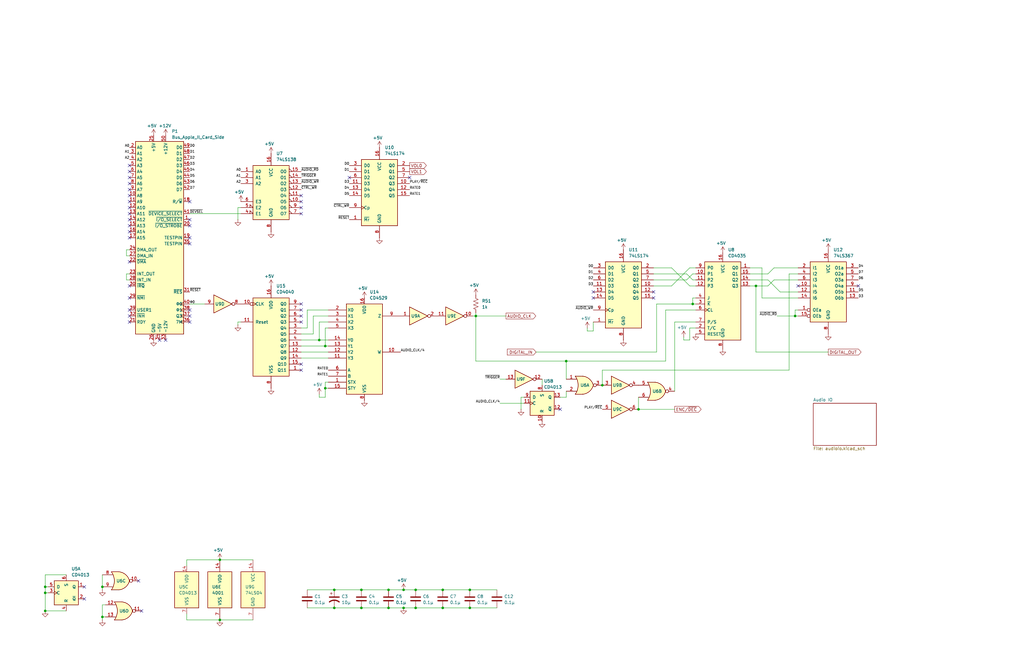
<source format=kicad_sch>
(kicad_sch (version 20231120) (generator "eeschema") (generator_version "8.0")
  (paper "USLedger")
  (title_block (title "Mountain Computer Supertalker") (date "2024-10-02") (comment 2 "captured by Mark Aikens") (comment 3 "by Mountain Computer") (comment 4 "Apple II speech digitizer & playback card"))
  (lib_symbols
    (symbol "4xxx:4001" (pin_names (offset 1.016))
      (property "Reference" "U" (at 0 1.27 0))
      (property "Value" "4001" (at 0 -1.27 0))
      (symbol "4001_1_1"
        (pin input line (at -7.62 2.54 0) (length 4.318) (name "~") (number "1"))
        (pin input line (at -7.62 -2.54 0) (length 4.318) (name "~") (number "2"))
        (pin output inverted (at 7.62 0 180) (length 3.81) (name "~") (number "3"))
      )
      (symbol "4001_1_2"
        (pin input inverted (at -7.62 2.54 0) (length 3.81) (name "~") (number "1"))
        (pin input inverted (at -7.62 -2.54 0) (length 3.81) (name "~") (number "2"))
        (pin output line (at 7.62 0 180) (length 3.81) (name "~") (number "3"))
      )
      (symbol "4001_2_1"
        (pin output inverted (at 7.62 0 180) (length 3.81) (name "~") (number "4"))
        (pin input line (at -7.62 2.54 0) (length 4.318) (name "~") (number "5"))
        (pin input line (at -7.62 -2.54 0) (length 4.318) (name "~") (number "6"))
      )
      (symbol "4001_2_2"
        (pin output line (at 7.62 0 180) (length 3.81) (name "~") (number "4"))
        (pin input inverted (at -7.62 2.54 0) (length 3.81) (name "~") (number "5"))
        (pin input inverted (at -7.62 -2.54 0) (length 3.81) (name "~") (number "6"))
      )
      (symbol "4001_3_1"
        (pin output inverted (at 7.62 0 180) (length 3.81) (name "~") (number "10"))
        (pin input line (at -7.62 2.54 0) (length 4.318) (name "~") (number "8"))
        (pin input line (at -7.62 -2.54 0) (length 4.318) (name "~") (number "9"))
      )
      (symbol "4001_3_2"
        (pin output line (at 7.62 0 180) (length 3.81) (name "~") (number "10"))
        (pin input inverted (at -7.62 2.54 0) (length 3.81) (name "~") (number "8"))
        (pin input inverted (at -7.62 -2.54 0) (length 3.81) (name "~") (number "9"))
      )
      (symbol "4001_4_1"
        (pin output inverted (at 7.62 0 180) (length 3.81) (name "~") (number "11"))
        (pin input line (at -7.62 2.54 0) (length 4.318) (name "~") (number "12"))
        (pin input line (at -7.62 -2.54 0) (length 4.318) (name "~") (number "13"))
      )
      (symbol "4001_4_2"
        (pin output line (at 7.62 0 180) (length 3.81) (name "~") (number "11"))
        (pin input inverted (at -7.62 2.54 0) (length 3.81) (name "~") (number "12"))
        (pin input inverted (at -7.62 -2.54 0) (length 3.81) (name "~") (number "13"))
      )
      (symbol "4001_5_0"
        (pin power_in line (at 0 12.7 270) (length 5.08) (name "VDD") (number "14"))
        (pin power_in line (at 0 -12.7 90) (length 5.08) (name "VSS") (number "7"))
      )
    )
    (symbol "4xxx:4013" (pin_names (offset 1.016))
      (property "Reference" "U" (at -7.62 8.89 0))
      (property "Value" "4013" (at -7.62 -8.89 0))
      (symbol "4013_1_1"
        (pin output line (at 7.62 2.54 180) (length 2.54) (name "Q") (number "1"))
        (pin output line (at 7.62 -2.54 180) (length 2.54) (name "~{Q}") (number "2"))
        (pin input clock (at -7.62 0 0) (length 2.54) (name "C") (number "3"))
        (pin input line (at 0 -7.62 90) (length 2.54) (name "R") (number "4"))
        (pin input line (at -7.62 2.54 0) (length 2.54) (name "D") (number "5"))
        (pin input line (at 0 7.62 270) (length 2.54) (name "S") (number "6"))
      )
      (symbol "4013_2_1"
        (pin input line (at 0 -7.62 90) (length 2.54) (name "R") (number "10"))
        (pin input clock (at -7.62 0 0) (length 2.54) (name "C") (number "11"))
        (pin output line (at 7.62 -2.54 180) (length 2.54) (name "~{Q}") (number "12"))
        (pin output line (at 7.62 2.54 180) (length 2.54) (name "Q") (number "13"))
        (pin input line (at 0 7.62 270) (length 2.54) (name "S") (number "8"))
        (pin input line (at -7.62 2.54 0) (length 2.54) (name "D") (number "9"))
      )
      (symbol "4013_3_0"
        (pin power_in line (at 0 10.16 270) (length 2.54) (name "VDD") (number "14"))
        (pin power_in line (at 0 -10.16 90) (length 2.54) (name "VSS") (number "7"))
      )
    )
    (symbol "4xxx:4040" (pin_names (offset 1.016))
      (property "Reference" "U" (at -7.62 16.51 0))
      (property "Value" "4040" (at -7.62 -19.05 0))
      (symbol "4040_1_0"
        (pin output line (at 12.7 -15.24 180) (length 5.08) (name "Q11") (number "1"))
        (pin input inverted_clock (at -12.7 12.7 0) (length 5.08) (name "CLK") (number "10"))
        (pin input line (at -12.7 5.08 0) (length 5.08) (name "Reset") (number "11"))
        (pin output line (at 12.7 -7.62 180) (length 5.08) (name "Q8") (number "12"))
        (pin output line (at 12.7 -5.08 180) (length 5.08) (name "Q7") (number "13"))
        (pin output line (at 12.7 -10.16 180) (length 5.08) (name "Q9") (number "14"))
        (pin output line (at 12.7 -12.7 180) (length 5.08) (name "Q10") (number "15"))
        (pin power_in line (at 0 20.32 270) (length 5.08) (name "VDD") (number "16"))
        (pin output line (at 12.7 0 180) (length 5.08) (name "Q5") (number "2"))
        (pin output line (at 12.7 2.54 180) (length 5.08) (name "Q4") (number "3"))
        (pin output line (at 12.7 -2.54 180) (length 5.08) (name "Q6") (number "4"))
        (pin output line (at 12.7 5.08 180) (length 5.08) (name "Q3") (number "5"))
        (pin output line (at 12.7 7.62 180) (length 5.08) (name "Q2") (number "6"))
        (pin output line (at 12.7 10.16 180) (length 5.08) (name "Q1") (number "7"))
        (pin power_in line (at 0 -22.86 90) (length 5.08) (name "VSS") (number "8"))
        (pin output line (at 12.7 12.7 180) (length 5.08) (name "Q0") (number "9"))
      )
    )
    (symbol "4xxx_IEEE:4529"
      (property "Reference" "U" (at 5.08 21.59 0))
      (property "Value" "4529" (at 5.08 -19.05 0))
      (symbol "4529_1_1"
        (pin input line (at -15.24 -12.7 0) (length 7.62) (name "STX") (number "1"))
        (pin tri_state line (at 15.24 0 180) (length 7.62) (name "W") (number "10"))
        (pin input line (at -15.24 -2.54 0) (length 7.62) (name "Y3") (number "11"))
        (pin input line (at -15.24 0 0) (length 7.62) (name "Y2") (number "12"))
        (pin input line (at -15.24 2.54 0) (length 7.62) (name "Y1") (number "13"))
        (pin input line (at -15.24 5.08 0) (length 7.62) (name "Y0") (number "14"))
        (pin input line (at -15.24 -15.24 0) (length 7.62) (name "STY") (number "15"))
        (pin power_in line (at 0 22.86 270) (length 2.54) (name "VDD") (number "16"))
        (pin input line (at -15.24 17.78 0) (length 7.62) (name "X0") (number "2"))
        (pin input line (at -15.24 15.24 0) (length 7.62) (name "X1") (number "3"))
        (pin input line (at -15.24 12.7 0) (length 7.62) (name "X2") (number "4"))
        (pin input line (at -15.24 10.16 0) (length 7.62) (name "X3") (number "5"))
        (pin input line (at -15.24 -7.62 0) (length 7.62) (name "A") (number "6"))
        (pin input line (at -15.24 -10.16 0) (length 7.62) (name "B") (number "7"))
        (pin power_in line (at 0 -20.32 90) (length 2.54) (name "VSS") (number "8"))
        (pin tri_state line (at 15.24 15.24 180) (length 7.62) (name "Z") (number "9"))
      )
    )
    (symbol "74xx:74LS04"
      (property "Reference" "U" (at 0 1.27 0))
      (property "Value" "74LS04" (at 0 -1.27 0))
      (symbol "74LS04_1_0"
        (pin input line (at -7.62 0 0) (length 3.81) (name "~") (number "1"))
        (pin output inverted (at 7.62 0 180) (length 3.81) (name "~") (number "2"))
      )
      (symbol "74LS04_2_0"
        (pin input line (at -7.62 0 0) (length 3.81) (name "~") (number "3"))
        (pin output inverted (at 7.62 0 180) (length 3.81) (name "~") (number "4"))
      )
      (symbol "74LS04_3_0"
        (pin input line (at -7.62 0 0) (length 3.81) (name "~") (number "5"))
        (pin output inverted (at 7.62 0 180) (length 3.81) (name "~") (number "6"))
      )
      (symbol "74LS04_4_0"
        (pin output inverted (at 7.62 0 180) (length 3.81) (name "~") (number "8"))
        (pin input line (at -7.62 0 0) (length 3.81) (name "~") (number "9"))
      )
      (symbol "74LS04_5_0"
        (pin output inverted (at 7.62 0 180) (length 3.81) (name "~") (number "10"))
        (pin input line (at -7.62 0 0) (length 3.81) (name "~") (number "11"))
      )
      (symbol "74LS04_6_0"
        (pin output inverted (at 7.62 0 180) (length 3.81) (name "~") (number "12"))
        (pin input line (at -7.62 0 0) (length 3.81) (name "~") (number "13"))
      )
      (symbol "74LS04_7_0"
        (pin power_in line (at 0 12.7 270) (length 5.08) (name "VCC") (number "14"))
        (pin power_in line (at 0 -12.7 90) (length 5.08) (name "GND") (number "7"))
      )
    )
    (symbol "74xx:74LS138" (pin_names (offset 1.016))
      (property "Reference" "U" (at -7.62 11.43 0))
      (property "Value" "74LS138" (at -7.62 -13.97 0))
      (symbol "74LS138_1_0"
        (pin input line (at -12.7 7.62 0) (length 5.08) (name "A0") (number "1"))
        (pin output output_low (at 12.7 -5.08 180) (length 5.08) (name "O5") (number "10"))
        (pin output output_low (at 12.7 -2.54 180) (length 5.08) (name "O4") (number "11"))
        (pin output output_low (at 12.7 0 180) (length 5.08) (name "O3") (number "12"))
        (pin output output_low (at 12.7 2.54 180) (length 5.08) (name "O2") (number "13"))
        (pin output output_low (at 12.7 5.08 180) (length 5.08) (name "O1") (number "14"))
        (pin output output_low (at 12.7 7.62 180) (length 5.08) (name "O0") (number "15"))
        (pin power_in line (at 0 15.24 270) (length 5.08) (name "VCC") (number "16"))
        (pin input line (at -12.7 5.08 0) (length 5.08) (name "A1") (number "2"))
        (pin input line (at -12.7 2.54 0) (length 5.08) (name "A2") (number "3"))
        (pin input input_low (at -12.7 -10.16 0) (length 5.08) (name "E1") (number "4"))
        (pin input input_low (at -12.7 -7.62 0) (length 5.08) (name "E2") (number "5"))
        (pin input line (at -12.7 -5.08 0) (length 5.08) (name "E3") (number "6"))
        (pin output output_low (at 12.7 -10.16 180) (length 5.08) (name "O7") (number "7"))
        (pin power_in line (at 0 -17.78 90) (length 5.08) (name "GND") (number "8"))
        (pin output output_low (at 12.7 -7.62 180) (length 5.08) (name "O6") (number "9"))
      )
    )
    (symbol "74xx:74LS174" (pin_names (offset 1.016))
      (property "Reference" "U" (at -7.62 13.97 0))
      (property "Value" "74LS174" (at -7.62 -16.51 0))
      (symbol "74LS174_1_0"
        (pin input line (at -12.7 -12.7 0) (length 5.08) (name "~{Mr}") (number "1"))
        (pin output line (at 12.7 2.54 180) (length 5.08) (name "Q3") (number "10"))
        (pin input line (at -12.7 2.54 0) (length 5.08) (name "D3") (number "11"))
        (pin output line (at 12.7 0 180) (length 5.08) (name "Q4") (number "12"))
        (pin input line (at -12.7 0 0) (length 5.08) (name "D4") (number "13"))
        (pin input line (at -12.7 -2.54 0) (length 5.08) (name "D5") (number "14"))
        (pin output line (at 12.7 -2.54 180) (length 5.08) (name "Q5") (number "15"))
        (pin power_in line (at 0 17.78 270) (length 5.08) (name "VCC") (number "16"))
        (pin output line (at 12.7 10.16 180) (length 5.08) (name "Q0") (number "2"))
        (pin input line (at -12.7 10.16 0) (length 5.08) (name "D0") (number "3"))
        (pin input line (at -12.7 7.62 0) (length 5.08) (name "D1") (number "4"))
        (pin output line (at 12.7 7.62 180) (length 5.08) (name "Q1") (number "5"))
        (pin input line (at -12.7 5.08 0) (length 5.08) (name "D2") (number "6"))
        (pin output line (at 12.7 5.08 180) (length 5.08) (name "Q2") (number "7"))
        (pin power_in line (at 0 -20.32 90) (length 5.08) (name "GND") (number "8"))
        (pin input clock (at -12.7 -7.62 0) (length 5.08) (name "Cp") (number "9"))
      )
    )
    (symbol "74xx:74LS367" (pin_names (offset 1.016))
      (property "Reference" "U" (at -7.62 13.97 0))
      (property "Value" "74LS367" (at -7.62 -13.97 0))
      (symbol "74LS367_1_0"
        (pin input inverted (at -12.7 -7.62 0) (length 5.08) (name "OEa") (number "1"))
        (pin input line (at -12.7 2.54 0) (length 5.08) (name "I4") (number "10"))
        (pin tri_state line (at 12.7 0 180) (length 5.08) (name "O5b") (number "11"))
        (pin input line (at -12.7 0 0) (length 5.08) (name "I5") (number "12"))
        (pin tri_state line (at 12.7 -2.54 180) (length 5.08) (name "O6b") (number "13"))
        (pin input line (at -12.7 -2.54 0) (length 5.08) (name "I6") (number "14"))
        (pin input inverted (at -12.7 -10.16 0) (length 5.08) (name "OEb") (number "15"))
        (pin power_in line (at 0 17.78 270) (length 5.08) (name "VCC") (number "16"))
        (pin input line (at -12.7 10.16 0) (length 5.08) (name "I1") (number "2"))
        (pin tri_state line (at 12.7 10.16 180) (length 5.08) (name "O1a") (number "3"))
        (pin input line (at -12.7 7.62 0) (length 5.08) (name "I2") (number "4"))
        (pin tri_state line (at 12.7 7.62 180) (length 5.08) (name "O2a") (number "5"))
        (pin input line (at -12.7 5.08 0) (length 5.08) (name "I3") (number "6"))
        (pin tri_state line (at 12.7 5.08 180) (length 5.08) (name "O3a") (number "7"))
        (pin power_in line (at 0 -17.78 90) (length 5.08) (name "GND") (number "8"))
        (pin tri_state line (at 12.7 2.54 180) (length 5.08) (name "O4a") (number "9"))
      )
    )
    (symbol "Device:C" (pin_numbers hide) (pin_names (offset 0.254))
      (property "Reference" "C" (at 0.635 2.54 0))
      (property "Value" "C" (at 0.635 -2.54 0))
      (symbol "C_1_1"
        (pin passive line (at 0 3.81 270) (length 2.794) (name "~") (number "1"))
        (pin passive line (at 0 -3.81 90) (length 2.794) (name "~") (number "2"))
      )
    )
    (symbol "Device:C_Polarized_US" (pin_numbers hide) (pin_names (offset 0.254) hide)
      (property "Reference" "C" (at 0.635 2.54 0))
      (property "Value" "C_Polarized_US" (at 0.635 -2.54 0))
      (symbol "C_Polarized_US_1_1"
        (pin passive line (at 0 3.81 270) (length 2.794) (name "~") (number "1"))
        (pin passive line (at 0 -3.81 90) (length 3.302) (name "~") (number "2"))
      )
    )
    (symbol "Device:R_US" (pin_numbers hide) (pin_names (offset 0))
      (property "Reference" "R" (at 2.54 0 90))
      (property "Value" "R_US" (at -2.54 0 90))
      (symbol "R_US_1_1"
        (pin passive line (at 0 3.81 270) (length 1.27) (name "~") (number "1"))
        (pin passive line (at 0 -3.81 90) (length 1.27) (name "~") (number "2"))
      )
    )
    (symbol "Logic_Legacy:CD4035" (pin_names (offset 1.016))
      (property "Reference" "U" (at -7.62 17.78 0))
      (property "Value" "CD4035" (at -7.62 -18.034 0))
      (symbol "CD4035_1_0"
        (pin output line (at 11.43 13.97 180) (length 3.81) (name "Q0") (number "1"))
        (pin input line (at -11.43 11.43 0) (length 3.81) (name "P1") (number "10"))
        (pin input line (at -11.43 8.89 0) (length 3.81) (name "P2") (number "11"))
        (pin input line (at -11.43 6.35 0) (length 3.81) (name "P3") (number "12"))
        (pin output line (at 11.43 6.35 180) (length 3.81) (name "Q3") (number "13"))
        (pin output line (at 11.43 8.89 180) (length 3.81) (name "Q2") (number "14"))
        (pin output line (at 11.43 11.43 180) (length 3.81) (name "Q1") (number "15"))
        (pin power_in line (at 0 20.32 270) (length 3.81) (name "VCC") (number "16"))
        (pin input line (at -11.43 -11.43 0) (length 3.81) (name "T/C") (number "2"))
        (pin input line (at -11.43 -1.27 0) (length 3.81) (name "~{K}") (number "3"))
        (pin input line (at -11.43 1.27 0) (length 3.81) (name "J") (number "4"))
        (pin input line (at -11.43 -13.97 0) (length 3.81) (name "RESET") (number "5"))
        (pin input clock (at -11.43 -3.81 0) (length 3.81) (name "CL") (number "6"))
        (pin input line (at -11.43 -8.89 0) (length 3.81) (name "P/S") (number "7"))
        (pin power_in line (at 0 -20.32 90) (length 3.81) (name "GND") (number "8"))
        (pin input line (at -11.43 13.97 0) (length 3.81) (name "P0") (number "9"))
      )
    )
    (symbol "PCM_MA_Connector_AppleII:Bus_Apple_II_Card_Side" (in_bom no)
      (property "Reference" "J" (at 7.62 41.91 0))
      (property "Value" "Bus_Apple_II_Card_Side" (at 15.24 -41.91 0))
      (symbol "Bus_Apple_II_Card_Side_1_1"
        (pin output line (at 12.7 7.62 180) (length 2.54) (name "~{I/O_SELECT}") (number "1"))
        (pin bidirectional line (at -12.7 17.78 0) (length 2.54) (name "A8") (number "10"))
        (pin bidirectional line (at -12.7 15.24 0) (length 2.54) (name "A9") (number "11"))
        (pin bidirectional line (at -12.7 12.7 0) (length 2.54) (name "A10") (number "12"))
        (pin bidirectional line (at -12.7 10.16 0) (length 2.54) (name "A11") (number "13"))
        (pin bidirectional line (at -12.7 7.62 0) (length 2.54) (name "A12") (number "14"))
        (pin bidirectional line (at -12.7 5.08 0) (length 2.54) (name "A13") (number "15"))
        (pin bidirectional line (at -12.7 2.54 0) (length 2.54) (name "A14") (number "16"))
        (pin bidirectional line (at -12.7 0 0) (length 2.54) (name "A15") (number "17"))
        (pin bidirectional line (at 12.7 15.24 180) (length 2.54) (name "R/~{W}") (number "18"))
        (pin input line (at 12.7 0 180) (length 2.54) (name "TESTPIN") (number "19"))
        (pin bidirectional line (at -12.7 38.1 0) (length 2.54) (name "A0") (number "2"))
        (pin output line (at 12.7 5.08 180) (length 2.54) (name "~{I/O_STROBE}") (number "20"))
        (pin input line (at -12.7 -35.56 0) (length 2.54) (name "RDY") (number "21"))
        (pin input line (at -12.7 -10.16 0) (length 2.54) (name "~{DMA}") (number "22"))
        (pin input line (at -12.7 -15.24 0) (length 2.54) (name "INT_OUT") (number "23"))
        (pin input line (at -12.7 -5.08 0) (length 2.54) (name "DMA_OUT") (number "24"))
        (pin power_out line (at -2.54 43.18 270) (length 2.54) (name "+5V") (number "25"))
        (pin power_out line (at -2.54 -43.18 90) (length 2.54) (name "GND") (number "26"))
        (pin output line (at -12.7 -7.62 0) (length 2.54) (name "DMA_IN") (number "27"))
        (pin output line (at -12.7 -17.78 0) (length 2.54) (name "INT_IN") (number "28"))
        (pin input line (at -12.7 -25.4 0) (length 2.54) (name "~{NMI}") (number "29"))
        (pin bidirectional line (at -12.7 35.56 0) (length 2.54) (name "A1") (number "3"))
        (pin input line (at -12.7 -20.32 0) (length 2.54) (name "~{IRQ}") (number "30"))
        (pin bidirectional line (at 12.7 -22.86 180) (length 2.54) (name "~{RES}") (number "31"))
        (pin input line (at -12.7 -33.02 0) (length 2.54) (name "~{INH}") (number "32"))
        (pin power_out line (at 2.54 -43.18 90) (length 2.54) (name "-12V") (number "33"))
        (pin power_out line (at 0 -43.18 90) (length 2.54) (name "-5V") (number "34"))
        (pin input line (at 12.7 -2.54 180) (length 2.54) (name "TESTPIN") (number "35"))
        (pin output clock (at 12.7 -35.56 180) (length 2.54) (name "7M") (number "36"))
        (pin output clock (at 12.7 -33.02 180) (length 2.54) (name "Q3") (number "37"))
        (pin output clock (at 12.7 -30.48 180) (length 2.54) (name "Φ1") (number "38"))
        (pin input line (at -12.7 -30.48 0) (length 2.54) (name "USER1") (number "39"))
        (pin bidirectional line (at -12.7 33.02 0) (length 2.54) (name "A2") (number "4"))
        (pin output clock (at 12.7 -27.94 180) (length 2.54) (name "Φ0") (number "40"))
        (pin output line (at 12.7 10.16 180) (length 2.54) (name "~{DEVICE_SELECT}") (number "41"))
        (pin bidirectional line (at 12.7 20.32 180) (length 2.54) (name "D7") (number "42"))
        (pin bidirectional line (at 12.7 22.86 180) (length 2.54) (name "D6") (number "43"))
        (pin bidirectional line (at 12.7 25.4 180) (length 2.54) (name "D5") (number "44"))
        (pin bidirectional line (at 12.7 27.94 180) (length 2.54) (name "D4") (number "45"))
        (pin bidirectional line (at 12.7 30.48 180) (length 2.54) (name "D3") (number "46"))
        (pin bidirectional line (at 12.7 33.02 180) (length 2.54) (name "D2") (number "47"))
        (pin bidirectional line (at 12.7 35.56 180) (length 2.54) (name "D1") (number "48"))
        (pin bidirectional line (at 12.7 38.1 180) (length 2.54) (name "D0") (number "49"))
        (pin bidirectional line (at -12.7 30.48 0) (length 2.54) (name "A3") (number "5"))
        (pin power_out line (at 2.54 43.18 270) (length 2.54) (name "+12V") (number "50"))
        (pin bidirectional line (at -12.7 27.94 0) (length 2.54) (name "A4") (number "6"))
        (pin bidirectional line (at -12.7 25.4 0) (length 2.54) (name "A5") (number "7"))
        (pin bidirectional line (at -12.7 22.86 0) (length 2.54) (name "A6") (number "8"))
        (pin bidirectional line (at -12.7 20.32 0) (length 2.54) (name "A7") (number "9"))
      )
    )
    (symbol "power:+12V" (power) (pin_numbers hide) (pin_names (offset 0) hide)
      (property "Value" "+12V" (at 0 3.556 0))
      (symbol "+12V_1_1"
        (pin power_in line (at 0 0 90) (length 0) (name "~") (number "1"))
      )
    )
    (symbol "power:+5V" (power) (pin_numbers hide) (pin_names (offset 0) hide)
      (property "Value" "+5V" (at 0 3.556 0))
      (symbol "+5V_1_1"
        (pin power_in line (at 0 0 90) (length 0) (name "~") (number "1"))
      )
    )
    (symbol "power:GND" (power) (pin_numbers hide) (pin_names (offset 0) hide)
      (property "Value" "GND" (at 0 -3.81 0))
      (symbol "GND_1_1"
        (pin power_in line (at 0 0 270) (length 0) (name "~") (number "1"))
      )
    )
  )
  (junction (at 152.4 248.92))
  (junction (at 137.16 146.05))
  (junction (at 198.12 248.92))
  (junction (at 170.18 248.92))
  (junction (at 186.69 256.54))
  (junction (at 170.18 256.54))
  (junction (at 92.71 236.22))
  (junction (at 335.28 133.35))
  (junction (at 175.26 248.92))
  (junction (at 186.69 248.92))
  (junction (at 43.18 260.35))
  (junction (at 152.4 256.54))
  (junction (at 200.66 133.35))
  (junction (at 269.24 172.72))
  (junction (at 43.18 247.65))
  (junction (at 19.05 250.19))
  (junction (at 175.26 256.54))
  (junction (at 292.1 128.27))
  (junction (at 134.62 143.51))
  (junction (at 19.05 257.81))
  (junction (at 137.16 163.83))
  (junction (at 140.97 248.92))
  (junction (at 198.12 256.54))
  (junction (at 140.97 256.54))
  (junction (at 163.83 256.54))
  (junction (at 254 162.56))
  (junction (at 92.71 261.62))
  (junction (at 238.76 152.4))
  (junction (at 318.77 120.65))
  (junction (at 19.05 247.65))
  (junction (at 163.83 248.92))
  (no_connect (at 54.61 133.35))
  (no_connect (at 147.32 74.93))
  (no_connect (at 54.61 95.25))
  (no_connect (at 127 85.09))
  (no_connect (at 54.61 92.71))
  (no_connect (at 336.55 120.65))
  (no_connect (at 35.56 252.73))
  (no_connect (at 275.59 123.19))
  (no_connect (at 80.01 135.89))
  (no_connect (at 67.31 143.51))
  (no_connect (at 80.01 130.81))
  (no_connect (at 54.61 120.65))
  (no_connect (at 35.56 247.65))
  (no_connect (at 275.59 125.73))
  (no_connect (at 80.01 92.71))
  (no_connect (at 54.61 72.39))
  (no_connect (at 54.61 110.49))
  (no_connect (at 127 133.35))
  (no_connect (at 127 130.81))
  (no_connect (at 80.01 100.33))
  (no_connect (at 54.61 85.09))
  (no_connect (at 172.72 74.93))
  (no_connect (at 54.61 130.81))
  (no_connect (at 54.61 87.63))
  (no_connect (at 54.61 80.01))
  (no_connect (at 127 135.89))
  (no_connect (at 127 90.17))
  (no_connect (at 54.61 135.89))
  (no_connect (at 127 128.27))
  (no_connect (at 54.61 90.17))
  (no_connect (at 69.85 143.51))
  (no_connect (at 80.01 95.25))
  (no_connect (at 54.61 77.47))
  (no_connect (at 127 82.55))
  (no_connect (at 54.61 100.33))
  (no_connect (at 127 87.63))
  (no_connect (at 127 156.21))
  (no_connect (at 54.61 125.73))
  (no_connect (at 54.61 69.85))
  (no_connect (at 80.01 133.35))
  (no_connect (at 54.61 82.55))
  (no_connect (at 236.22 172.72))
  (no_connect (at 54.61 97.79))
  (no_connect (at 58.42 245.11))
  (no_connect (at 59.69 257.81))
  (no_connect (at 54.61 74.93))
  (no_connect (at 250.19 123.19))
  (no_connect (at 250.19 125.73))
  (no_connect (at 80.01 85.09))
  (no_connect (at 361.95 120.65))
  (no_connect (at 127 153.67))
  (no_connect (at 80.01 102.87))
  (wire (pts (xy 289.56 118.11) (xy 292.1 115.57)))
  (wire (pts (xy 210.82 170.18) (xy 220.98 170.18)))
  (wire (pts (xy 236.22 167.64) (xy 238.76 167.64)))
  (wire (pts (xy 247.65 139.7) (xy 247.65 138.43)))
  (wire (pts (xy 175.26 248.92) (xy 186.69 248.92)))
  (wire (pts (xy 210.82 160.02) (xy 213.36 160.02)))
  (wire (pts (xy 276.86 128.27) (xy 292.1 128.27)))
  (wire (pts (xy 78.74 236.22) (xy 78.74 238.76)))
  (wire (pts (xy 292.1 115.57) (xy 293.37 115.57)))
  (wire (pts (xy 137.16 167.64) (xy 137.16 163.83)))
  (wire (pts (xy 283.21 120.65) (xy 290.83 113.03)))
  (wire (pts (xy 288.29 143.51) (xy 290.83 143.51)))
  (wire (pts (xy 238.76 167.64) (xy 238.76 165.1)))
  (wire (pts (xy 43.18 260.35) (xy 44.45 260.35)))
  (wire (pts (xy 292.1 125.73) (xy 293.37 125.73)))
  (wire (pts (xy 200.66 152.4) (xy 238.76 152.4)))
  (wire (pts (xy 284.48 135.89) (xy 293.37 135.89)))
  (wire (pts (xy 134.62 135.89) (xy 138.43 135.89)))
  (wire (pts (xy 132.08 133.35) (xy 138.43 133.35)))
  (wire (pts (xy 129.54 138.43) (xy 129.54 130.81)))
  (wire (pts (xy 43.18 260.35) (xy 43.18 261.62)))
  (wire (pts (xy 292.1 128.27) (xy 292.1 125.73)))
  (wire (pts (xy 152.4 256.54) (xy 163.83 256.54)))
  (wire (pts (xy 326.39 118.11) (xy 336.55 118.11)))
  (wire (pts (xy 127 151.13) (xy 138.43 151.13)))
  (wire (pts (xy 276.86 148.59) (xy 276.86 128.27)))
  (wire (pts (xy 284.48 165.1) (xy 284.48 135.89)))
  (wire (pts (xy 198.12 248.92) (xy 209.55 248.92)))
  (wire (pts (xy 27.94 242.57) (xy 19.05 242.57)))
  (wire (pts (xy 53.34 107.95) (xy 54.61 107.95)))
  (wire (pts (xy 318.77 148.59) (xy 318.77 120.65)))
  (wire (pts (xy 132.08 140.97) (xy 132.08 133.35)))
  (wire (pts (xy 323.85 120.65) (xy 326.39 118.11)))
  (wire (pts (xy 335.28 130.81) (xy 335.28 133.35)))
  (wire (pts (xy 318.77 148.59) (xy 349.25 148.59)))
  (wire (pts (xy 226.06 148.59) (xy 276.86 148.59)))
  (wire (pts (xy 134.62 143.51) (xy 138.43 143.51)))
  (wire (pts (xy 254 156.21) (xy 332.74 156.21)))
  (wire (pts (xy 19.05 257.81) (xy 19.05 250.19)))
  (wire (pts (xy 163.83 248.92) (xy 170.18 248.92)))
  (wire (pts (xy 101.6 87.63) (xy 100.33 87.63)))
  (wire (pts (xy 19.05 250.19) (xy 19.05 247.65)))
  (wire (pts (xy 186.69 256.54) (xy 198.12 256.54)))
  (wire (pts (xy 316.23 113.03) (xy 321.31 113.03)))
  (wire (pts (xy 54.61 115.57) (xy 53.34 115.57)))
  (wire (pts (xy 137.16 146.05) (xy 138.43 146.05)))
  (wire (pts (xy 219.71 167.64) (xy 220.98 167.64)))
  (wire (pts (xy 247.65 139.7) (xy 250.19 139.7)))
  (wire (pts (xy 336.55 115.57) (xy 332.74 115.57)))
  (wire (pts (xy 80.01 90.17) (xy 101.6 90.17)))
  (wire (pts (xy 92.71 261.62) (xy 78.74 261.62)))
  (wire (pts (xy 200.66 133.35) (xy 200.66 152.4)))
  (wire (pts (xy 129.54 256.54) (xy 140.97 256.54)))
  (wire (pts (xy 19.05 242.57) (xy 19.05 247.65)))
  (wire (pts (xy 275.59 115.57) (xy 289.56 115.57)))
  (wire (pts (xy 275.59 120.65) (xy 283.21 120.65)))
  (wire (pts (xy 250.19 139.7) (xy 250.19 135.89)))
  (wire (pts (xy 254 156.21) (xy 254 162.56)))
  (wire (pts (xy 92.71 236.22) (xy 106.68 236.22)))
  (wire (pts (xy 134.62 143.51) (xy 134.62 135.89)))
  (wire (pts (xy 92.71 261.62) (xy 106.68 261.62)))
  (wire (pts (xy 275.59 118.11) (xy 289.56 118.11)))
  (wire (pts (xy 238.76 152.4) (xy 238.76 160.02)))
  (wire (pts (xy 316.23 115.57) (xy 323.85 115.57)))
  (wire (pts (xy 27.94 257.81) (xy 19.05 257.81)))
  (wire (pts (xy 283.21 113.03) (xy 290.83 120.65)))
  (wire (pts (xy 140.97 256.54) (xy 152.4 256.54)))
  (wire (pts (xy 137.16 161.29) (xy 137.16 163.83)))
  (wire (pts (xy 275.59 113.03) (xy 283.21 113.03)))
  (wire (pts (xy 54.61 105.41) (xy 53.34 105.41)))
  (wire (pts (xy 323.85 115.57) (xy 326.39 113.03)))
  (wire (pts (xy 129.54 248.92) (xy 140.97 248.92)))
  (wire (pts (xy 134.62 167.64) (xy 134.62 166.37)))
  (wire (pts (xy 200.66 133.35) (xy 199.39 133.35)))
  (wire (pts (xy 43.18 255.27) (xy 43.18 260.35)))
  (wire (pts (xy 19.05 250.19) (xy 20.32 250.19)))
  (wire (pts (xy 170.18 248.92) (xy 175.26 248.92)))
  (wire (pts (xy 327.66 133.35) (xy 335.28 133.35)))
  (wire (pts (xy 137.16 167.64) (xy 134.62 167.64)))
  (wire (pts (xy 127 140.97) (xy 132.08 140.97)))
  (wire (pts (xy 140.97 248.92) (xy 152.4 248.92)))
  (wire (pts (xy 127 138.43) (xy 129.54 138.43)))
  (wire (pts (xy 280.67 152.4) (xy 280.67 130.81)))
  (wire (pts (xy 288.29 143.51) (xy 288.29 142.24)))
  (wire (pts (xy 152.4 248.92) (xy 163.83 248.92)))
  (wire (pts (xy 92.71 236.22) (xy 78.74 236.22)))
  (wire (pts (xy 170.18 256.54) (xy 175.26 256.54)))
  (wire (pts (xy 280.67 130.81) (xy 293.37 130.81)))
  (wire (pts (xy 175.26 256.54) (xy 186.69 256.54)))
  (wire (pts (xy 186.69 248.92) (xy 198.12 248.92)))
  (wire (pts (xy 326.39 113.03) (xy 336.55 113.03)))
  (wire (pts (xy 290.83 138.43) (xy 293.37 138.43)))
  (wire (pts (xy 137.16 161.29) (xy 138.43 161.29)))
  (wire (pts (xy 269.24 167.64) (xy 269.24 172.72)))
  (wire (pts (xy 127 148.59) (xy 138.43 148.59)))
  (wire (pts (xy 328.93 123.19) (xy 336.55 123.19)))
  (wire (pts (xy 335.28 133.35) (xy 336.55 133.35)))
  (wire (pts (xy 138.43 163.83) (xy 137.16 163.83)))
  (wire (pts (xy 292.1 128.27) (xy 293.37 128.27)))
  (wire (pts (xy 290.83 143.51) (xy 290.83 138.43)))
  (wire (pts (xy 316.23 118.11) (xy 323.85 118.11)))
  (wire (pts (xy 127 146.05) (xy 137.16 146.05)))
  (wire (pts (xy 86.36 128.27) (xy 80.01 128.27)))
  (wire (pts (xy 129.54 130.81) (xy 138.43 130.81)))
  (wire (pts (xy 292.1 118.11) (xy 293.37 118.11)))
  (wire (pts (xy 332.74 156.21) (xy 332.74 115.57)))
  (wire (pts (xy 101.6 135.89) (xy 100.33 135.89)))
  (wire (pts (xy 289.56 115.57) (xy 292.1 118.11)))
  (wire (pts (xy 228.6 160.02) (xy 228.6 162.56)))
  (wire (pts (xy 269.24 172.72) (xy 284.48 172.72)))
  (wire (pts (xy 321.31 125.73) (xy 336.55 125.73)))
  (wire (pts (xy 44.45 255.27) (xy 43.18 255.27)))
  (wire (pts (xy 238.76 152.4) (xy 280.67 152.4)))
  (wire (pts (xy 290.83 120.65) (xy 293.37 120.65)))
  (wire (pts (xy 43.18 242.57) (xy 43.18 247.65)))
  (wire (pts (xy 78.74 261.62) (xy 78.74 259.08)))
  (wire (pts (xy 290.83 113.03) (xy 293.37 113.03)))
  (wire (pts (xy 163.83 256.54) (xy 170.18 256.54)))
  (wire (pts (xy 323.85 118.11) (xy 328.93 123.19)))
  (wire (pts (xy 336.55 130.81) (xy 335.28 130.81)))
  (wire (pts (xy 198.12 256.54) (xy 209.55 256.54)))
  (wire (pts (xy 53.34 105.41) (xy 53.34 107.95)))
  (wire (pts (xy 200.66 133.35) (xy 213.36 133.35)))
  (wire (pts (xy 316.23 120.65) (xy 318.77 120.65)))
  (wire (pts (xy 219.71 167.64) (xy 219.71 172.72)))
  (wire (pts (xy 200.66 132.08) (xy 200.66 133.35)))
  (wire (pts (xy 138.43 138.43) (xy 137.16 138.43)))
  (wire (pts (xy 100.33 135.89) (xy 100.33 137.16)))
  (wire (pts (xy 53.34 115.57) (xy 53.34 118.11)))
  (wire (pts (xy 43.18 247.65) (xy 43.18 248.92)))
  (wire (pts (xy 100.33 87.63) (xy 100.33 92.71)))
  (wire (pts (xy 19.05 247.65) (xy 20.32 247.65)))
  (wire (pts (xy 137.16 138.43) (xy 137.16 146.05)))
  (wire (pts (xy 127 143.51) (xy 134.62 143.51)))
  (wire (pts (xy 318.77 120.65) (xy 323.85 120.65)))
  (wire (pts (xy 321.31 113.03) (xy 321.31 125.73)))
  (wire (pts (xy 53.34 118.11) (xy 54.61 118.11)))
  (label "RATE0" (at 138.43 156.21 180) (effects (font (size 1 1))))
  (label "D3" (at 80.01 69.85 0) (effects (font (size 1 1))))
  (label "~{TRIGGER}" (at 127 74.93 0) (effects (font (size 1 1))))
  (label "D2" (at 80.01 67.31 0) (effects (font (size 1 1))))
  (label "D3" (at 147.32 77.47 180) (effects (font (size 1 1))))
  (label "D1" (at 80.01 64.77 0) (effects (font (size 1 1))))
  (label "A1" (at 54.61 64.77 180) (effects (font (size 1 1))))
  (label "A2" (at 54.61 67.31 180) (effects (font (size 1 1))))
  (label "D5" (at 80.01 74.93 0) (effects (font (size 1 1))))
  (label "PLAY{slash}~{REC}" (at 254 172.72 180) (effects (font (size 1 1))))
  (label "A0" (at 101.6 72.39 180) (effects (font (size 1 1))))
  (label "D0" (at 80.01 62.23 0) (effects (font (size 1 1))))
  (label "D1" (at 147.32 72.39 180) (effects (font (size 1 1))))
  (label "~{CTRL_WR}" (at 147.32 87.63 180) (effects (font (size 1 1))))
  (label "A1" (at 101.6 74.93 180) (effects (font (size 1 1))))
  (label "D6" (at 361.95 118.11 0) (effects (font (size 1 1))))
  (label "~{AUDIO_RD}" (at 127 72.39 0) (effects (font (size 1 1))))
  (label "RATE1" (at 138.43 158.75 180) (effects (font (size 1 1))))
  (label "D3" (at 361.95 125.73 0) (effects (font (size 1 1))))
  (label "A2" (at 101.6 77.47 180) (effects (font (size 1 1))))
  (label "~{RESET}" (at 147.32 92.71 180) (effects (font (size 1 1))))
  (label "RATE0" (at 172.72 80.01 0) (effects (font (size 1 1))))
  (label "~{AUDIO_WR}" (at 250.19 130.81 180) (effects (font (size 1 1))))
  (label "D3" (at 250.19 120.65 180) (effects (font (size 1 1))))
  (label "AUDIO_CLK{slash}4" (at 168.91 148.59 0) (effects (font (size 1 1))))
  (label "D1" (at 250.19 115.57 180) (effects (font (size 1 1))))
  (label "Φ0" (at 80.01 128.27 0) (effects (font (size 1 1))))
  (label "~{DEVSEL}" (at 80.01 90.17 0) (effects (font (size 1 1))))
  (label "AUDIO_CLK{slash}4" (at 210.82 170.18 180) (effects (font (size 1 1))))
  (label "PLAY{slash}~{REC}" (at 172.72 77.47 0) (effects (font (size 1 1))))
  (label "D7" (at 361.95 115.57 0) (effects (font (size 1 1))))
  (label "D0" (at 250.19 113.03 180) (effects (font (size 1 1))))
  (label "D6" (at 80.01 77.47 0) (effects (font (size 1 1))))
  (label "~{CTRL_WR}" (at 127 80.01 0) (effects (font (size 1 1))))
  (label "D5" (at 361.95 123.19 0) (effects (font (size 1 1))))
  (label "D5" (at 147.32 82.55 180) (effects (font (size 1 1))))
  (label "D4" (at 361.95 113.03 0) (effects (font (size 1 1))))
  (label "~{AUDIO_WR}" (at 127 77.47 0) (effects (font (size 1 1))))
  (label "D4" (at 147.32 80.01 180) (effects (font (size 1 1))))
  (label "D2" (at 250.19 118.11 180) (effects (font (size 1 1))))
  (label "D0" (at 147.32 69.85 180) (effects (font (size 1 1))))
  (label "D4" (at 80.01 72.39 0) (effects (font (size 1 1))))
  (label "A0" (at 54.61 62.23 180) (effects (font (size 1 1))))
  (label "RATE1" (at 172.72 82.55 0) (effects (font (size 1 1))))
  (label "D7" (at 80.01 80.01 0) (effects (font (size 1 1))))
  (label "~{AUDIO_RD}" (at 327.66 133.35 180) (effects (font (size 1 1))))
  (label "~{TRIGGER}" (at 210.82 160.02 180) (effects (font (size 1 1))))
  (label "~{RESET}" (at 80.01 123.19 0) (effects (font (size 1 1))))
  (global_label "ENC{slash}~{DEC}" (shape output) (at 284.48 172.72 0) (property "Intersheetrefs" "${INTERSHEET_REFS}" (effects (hide yes))))
  (global_label "AUDIO_CLK" (shape output) (at 213.36 133.35 0) (property "Intersheetrefs" "${INTERSHEET_REFS}" (effects (hide yes))))
  (global_label "VOL0" (shape output) (at 172.72 69.85 0) (property "Intersheetrefs" "${INTERSHEET_REFS}" (effects (hide yes))))
  (global_label "DIGITAL_IN" (shape input) (at 226.06 148.59 180) (property "Intersheetrefs" "${INTERSHEET_REFS}" (effects (hide yes))))
  (global_label "DIGITAL_OUT" (shape output) (at 349.25 148.59 0) (property "Intersheetrefs" "${INTERSHEET_REFS}" (effects (hide yes))))
  (global_label "VOL1" (shape output) (at 172.72 72.39 0) (property "Intersheetrefs" "${INTERSHEET_REFS}" (effects (hide yes))))
  (symbol (lib_id "power:+5V") (at 247.65 138.43 0) (unit 1)
    (property "Reference" "#PWR034" (effects (hide yes)))
    (property "Value" "+5V" (at 246.888 134.366 0))
    (property "Description" "Power symbol creates a global label with name \"+5V\"" (effects (hide yes)))
  )
  (symbol (lib_id "4xxx:4001") (at 92.71 248.92 0) (unit 5)
    (property "Reference" "U6" (at 89.408 247.65 0) (effects (justify left)))
    (property "Value" "4001" (at 89.408 250.19 0) (effects (justify left)))
    (property "Datasheet" "http://www.intersil.com/content/dam/Intersil/documents/cd40/cd4000bms-01bms-02bms-25bms.pdf" (effects (hide yes)))
    (property "Description" "Quad Nor 2 inputs" (effects (hide yes)))
  )
  (symbol (lib_id "74xx:74LS04") (at 261.62 172.72 0) (unit 3)
    (property "Reference" "U9" (at 260.35 172.72 0))
    (property "Value" "74LS04" (effects (hide yes)))
    (property "Datasheet" "http://www.ti.com/lit/gpn/sn74LS04" (effects (hide yes)))
    (property "Description" "Hex Inverter" (effects (hide yes)))
  )
  (symbol (lib_id "4xxx:4001") (at 52.07 257.81 0) (unit 4)
    (property "Reference" "U6" (at 52.324 257.81 0))
    (property "Value" "4001" (effects (hide yes)))
    (property "Datasheet" "http://www.intersil.com/content/dam/Intersil/documents/cd40/cd4000bms-01bms-02bms-25bms.pdf" (effects (hide yes)))
    (property "Description" "Quad Nor 2 inputs" (effects (hide yes)))
  )
  (symbol (lib_id "power:+5V") (at 114.3 64.77 0) (unit 1)
    (property "Reference" "#PWR07" (effects (hide yes)))
    (property "Value" "+5V" (at 113.538 60.706 0))
    (property "Description" "Power symbol creates a global label with name \"+5V\"" (effects (hide yes)))
  )
  (symbol (lib_id "power:GND") (at 43.18 248.92 0) (unit 1)
    (property "Reference" "#PWR043" (effects (hide yes)))
    (property "Value" "GND" (effects (hide yes)))
    (property "Description" "Power symbol creates a global label with name \"GND\" , ground" (effects (hide yes)))
  )
  (symbol (lib_id "Device:C") (at 198.12 252.73 0) (unit 1)
    (property "Reference" "C8" (at 201.168 251.714 0) (effects (justify left)))
    (property "Value" "0.1µ" (at 201.168 254.254 0) (effects (justify left)))
    (property "Description" "Unpolarized capacitor" (effects (hide yes)))
  )
  (symbol (lib_id "74xx:74LS04") (at 220.98 160.02 0) (unit 6)
    (property "Reference" "U9" (at 219.71 160.02 0))
    (property "Value" "74LS04" (effects (hide yes)))
    (property "Datasheet" "http://www.ti.com/lit/gpn/sn74LS04" (effects (hide yes)))
    (property "Description" "Hex Inverter" (effects (hide yes)))
  )
  (symbol (lib_id "Device:C") (at 129.54 252.73 0) (unit 1)
    (property "Reference" "C1" (at 132.588 251.714 0) (effects (justify left)))
    (property "Value" "0.1µ" (at 132.588 254.254 0) (effects (justify left)))
    (property "Description" "Unpolarized capacitor" (effects (hide yes)))
  )
  (symbol (lib_id "power:GND") (at 160.02 100.33 0) (unit 1)
    (property "Reference" "#PWR024" (effects (hide yes)))
    (property "Value" "GND" (effects (hide yes)))
    (property "Description" "Power symbol creates a global label with name \"GND\" , ground" (effects (hide yes)))
  )
  (symbol (lib_id "power:+5V") (at 153.67 125.73 0) (unit 1)
    (property "Reference" "#PWR012" (effects (hide yes)))
    (property "Value" "+5V" (at 152.908 121.666 0))
    (property "Description" "Power symbol creates a global label with name \"+5V\"" (effects (hide yes)))
  )
  (symbol (lib_id "4xxx:4040") (at 114.3 140.97 0) (unit 1)
    (property "Reference" "U15" (at 116.4941 120.65 0) (effects (justify left)))
    (property "Value" "CD4040" (at 116.4941 123.19 0) (effects (justify left)))
    (property "Datasheet" "http://www.intersil.com/content/dam/Intersil/documents/cd40/cd4020bms-24bms-40bms.pdf" (effects (hide yes)))
    (property "Description" "Binary Counter 12 stages (Asynchronous)" (effects (hide yes)))
  )
  (symbol (lib_id "Device:C") (at 163.83 252.73 0) (unit 1)
    (property "Reference" "C5" (at 166.878 251.714 0) (effects (justify left)))
    (property "Value" "0.1µ" (at 166.878 254.254 0) (effects (justify left)))
    (property "Description" "Unpolarized capacitor" (effects (hide yes)))
  )
  (symbol (lib_id "power:GND") (at 228.6 177.8 0) (unit 1)
    (property "Reference" "#PWR039" (effects (hide yes)))
    (property "Value" "GND" (effects (hide yes)))
    (property "Description" "Power symbol creates a global label with name \"GND\" , ground" (effects (hide yes)))
  )
  (symbol (lib_id "power:GND") (at 100.33 92.71 0) (unit 1)
    (property "Reference" "#PWR032" (effects (hide yes)))
    (property "Value" "GND" (effects (hide yes)))
    (property "Description" "Power symbol creates a global label with name \"GND\" , ground" (effects (hide yes)))
  )
  (symbol (lib_id "power:GND") (at 293.37 140.97 0) (unit 1)
    (property "Reference" "#PWR040" (effects (hide yes)))
    (property "Value" "GND" (effects (hide yes)))
    (property "Description" "Power symbol creates a global label with name \"GND\" , ground" (effects (hide yes)))
  )
  (symbol (lib_id "power:GND") (at 114.3 163.83 0) (unit 1)
    (property "Reference" "#PWR028" (effects (hide yes)))
    (property "Value" "GND" (effects (hide yes)))
    (property "Description" "Power symbol creates a global label with name \"GND\" , ground" (effects (hide yes)))
  )
  (symbol (lib_id "74xx:74LS138") (at 114.3 80.01 0) (unit 1)
    (property "Reference" "U7" (at 116.4941 64.77 0) (effects (justify left)))
    (property "Value" "74LS138" (at 116.4941 67.31 0) (effects (justify left)))
    (property "Datasheet" "http://www.ti.com/lit/gpn/sn74LS138" (effects (hide yes)))
    (property "Description" "Decoder 3 to 8 active low outputs" (effects (hide yes)))
  )
  (symbol (lib_id "Device:R_US") (at 200.66 128.27 0) (unit 1)
    (property "Reference" "R51" (at 203.2 127 0) (effects (justify left)))
    (property "Value" "1k" (at 203.2 129.54 0) (effects (justify left)))
    (property "Description" "Resistor, US symbol" (effects (hide yes)))
  )
  (symbol (lib_id "power:+12V") (at 69.85 57.15 0) (unit 1)
    (property "Reference" "#PWR03" (effects (hide yes)))
    (property "Value" "+12V" (at 69.596 53.086 0))
    (property "Description" "Power symbol creates a global label with name \"+12V\"" (effects (hide yes)))
  )
  (symbol (lib_id "4xxx_IEEE:4529") (at 153.67 148.59 0) (unit 1)
    (property "Reference" "U14" (at 155.8641 123.19 0) (effects (justify left)))
    (property "Value" "CD4529" (at 155.8641 125.73 0) (effects (justify left)))
  )
  (symbol (lib_id "Device:C") (at 175.26 252.73 0) (unit 1)
    (property "Reference" "C6" (at 178.308 251.714 0) (effects (justify left)))
    (property "Value" "0.1µ" (at 178.308 254.254 0) (effects (justify left)))
    (property "Description" "Unpolarized capacitor" (effects (hide yes)))
  )
  (symbol (lib_id "power:+5V") (at 200.66 124.46 0) (unit 1)
    (property "Reference" "#PWR036" (effects (hide yes)))
    (property "Value" "+5V" (at 199.898 120.396 0))
    (property "Description" "Power symbol creates a global label with name \"+5V\"" (effects (hide yes)))
  )
  (symbol (lib_id "power:GND") (at 64.77 143.51 0) (unit 1)
    (property "Reference" "#PWR02" (effects (hide yes)))
    (property "Value" "GND" (effects (hide yes)))
    (property "Description" "Power symbol creates a global label with name \"GND\" , ground" (effects (hide yes)))
  )
  (symbol (lib_id "power:+5V") (at 160.02 62.23 0) (unit 1)
    (property "Reference" "#PWR09" (effects (hide yes)))
    (property "Value" "+5V" (at 159.258 58.166 0))
    (property "Description" "Power symbol creates a global label with name \"+5V\"" (effects (hide yes)))
  )
  (symbol (lib_id "power:+5V") (at 170.18 248.92 0) (unit 1)
    (property "Reference" "#PWR030" (effects (hide yes)))
    (property "Value" "+5V" (at 169.418 244.856 0))
    (property "Description" "Power symbol creates a global label with name \"+5V\"" (effects (hide yes)))
  )
  (symbol (lib_id "power:GND") (at 349.25 140.97 0) (unit 1)
    (property "Reference" "#PWR026" (effects (hide yes)))
    (property "Value" "GND" (effects (hide yes)))
    (property "Description" "Power symbol creates a global label with name \"GND\" , ground" (effects (hide yes)))
  )
  (symbol (lib_id "74xx:74LS04") (at 106.68 248.92 0) (unit 7)
    (property "Reference" "U9" (at 103.378 247.65 0) (effects (justify left)))
    (property "Value" "74LS04" (at 103.378 250.19 0) (effects (justify left)))
    (property "Datasheet" "http://www.ti.com/lit/gpn/sn74LS04" (effects (hide yes)))
    (property "Description" "Hex Inverter" (effects (hide yes)))
  )
  (symbol (lib_id "74xx:74LS04") (at 93.98 128.27 0) (unit 4)
    (property "Reference" "U9" (at 92.71 128.27 0))
    (property "Value" "74LS04" (effects (hide yes)))
    (property "Datasheet" "http://www.ti.com/lit/gpn/sn74LS04" (effects (hide yes)))
    (property "Description" "Hex Inverter" (effects (hide yes)))
  )
  (symbol (lib_id "power:+5V") (at 64.77 57.15 0) (unit 1)
    (property "Reference" "#PWR01" (effects (hide yes)))
    (property "Value" "+5V" (at 64.008 53.086 0))
    (property "Description" "Power symbol creates a global label with name \"+5V\"" (effects (hide yes)))
  )
  (symbol (lib_id "power:GND") (at 19.05 257.81 0) (unit 1)
    (property "Reference" "#PWR044" (effects (hide yes)))
    (property "Value" "GND" (effects (hide yes)))
    (property "Description" "Power symbol creates a global label with name \"GND\" , ground" (effects (hide yes)))
  )
  (symbol (lib_id "Device:C") (at 186.69 252.73 0) (unit 1)
    (property "Reference" "C7" (at 189.738 251.714 0) (effects (justify left)))
    (property "Value" "0.1µ" (at 189.738 254.254 0) (effects (justify left)))
    (property "Description" "Unpolarized capacitor" (effects (hide yes)))
  )
  (symbol (lib_id "power:+5V") (at 101.6 85.09 0) (unit 1)
    (property "Reference" "#PWR033" (effects (hide yes)))
    (property "Value" "+5V" (at 100.838 81.026 0))
    (property "Description" "Power symbol creates a global label with name \"+5V\"" (effects (hide yes)))
  )
  (symbol (lib_id "Device:C_Polarized_US") (at 140.97 252.73 0) (unit 1)
    (property "Reference" "C3" (at 144.018 251.714 0) (effects (justify left)))
    (property "Value" "10µ" (at 144.018 254.254 0) (effects (justify left)))
    (property "Description" "Polarized capacitor, US symbol" (effects (hide yes)))
  )
  (symbol (lib_id "74xx:74LS174") (at 262.89 123.19 0) (unit 1)
    (property "Reference" "U11" (at 265.0841 105.41 0) (effects (justify left)))
    (property "Value" "74LS174" (at 265.0841 107.95 0) (effects (justify left)))
    (property "Datasheet" "http://www.ti.com/lit/gpn/sn74LS174" (effects (hide yes)))
    (property "Description" "Hex D-type Flip-Flop, reset" (effects (hide yes)))
  )
  (symbol (lib_id "power:+5V") (at 114.3 120.65 0) (unit 1)
    (property "Reference" "#PWR013" (effects (hide yes)))
    (property "Value" "+5V" (at 113.538 116.586 0))
    (property "Description" "Power symbol creates a global label with name \"+5V\"" (effects (hide yes)))
  )
  (symbol (lib_id "power:GND") (at 262.89 143.51 0) (unit 1)
    (property "Reference" "#PWR025" (effects (hide yes)))
    (property "Value" "GND" (effects (hide yes)))
    (property "Description" "Power symbol creates a global label with name \"GND\" , ground" (effects (hide yes)))
  )
  (symbol (lib_id "74xx:74LS174") (at 160.02 80.01 0) (unit 1)
    (property "Reference" "U10" (at 162.2141 62.23 0) (effects (justify left)))
    (property "Value" "74LS174" (at 162.2141 64.77 0) (effects (justify left)))
    (property "Datasheet" "http://www.ti.com/lit/gpn/sn74LS174" (effects (hide yes)))
    (property "Description" "Hex D-type Flip-Flop, reset" (effects (hide yes)))
  )
  (symbol (lib_id "74xx:74LS367") (at 349.25 123.19 0) (unit 1)
    (property "Reference" "U12" (at 351.4441 105.41 0) (effects (justify left)))
    (property "Value" "74LS367" (at 351.4441 107.95 0) (effects (justify left)))
    (property "Datasheet" "http://www.ti.com/lit/gpn/sn74LS367" (effects (hide yes)))
    (property "Description" "Hex Bus Driver 3-state outputs" (effects (hide yes)))
  )
  (symbol (lib_id "power:GND") (at 100.33 137.16 0) (unit 1)
    (property "Reference" "#PWR035" (effects (hide yes)))
    (property "Value" "GND" (effects (hide yes)))
    (property "Description" "Power symbol creates a global label with name \"GND\" , ground" (effects (hide yes)))
  )
  (symbol (lib_id "power:+5V") (at 92.71 236.22 0) (unit 1)
    (property "Reference" "#PWR05" (effects (hide yes)))
    (property "Value" "+5V" (at 91.948 232.156 0))
    (property "Description" "Power symbol creates a global label with name \"+5V\"" (effects (hide yes)))
  )
  (symbol (lib_id "4xxx:4001") (at 246.38 162.56 0) (unit 1)
    (property "Reference" "U6" (at 246.634 162.56 0))
    (property "Value" "4001" (effects (hide yes)))
    (property "Datasheet" "http://www.intersil.com/content/dam/Intersil/documents/cd40/cd4000bms-01bms-02bms-25bms.pdf" (effects (hide yes)))
    (property "Description" "Quad Nor 2 inputs" (effects (hide yes)))
  )
  (symbol (lib_id "power:+5V") (at 304.8 106.68 0) (unit 1)
    (property "Reference" "#PWR08" (effects (hide yes)))
    (property "Value" "+5V" (at 304.038 102.616 0))
    (property "Description" "Power symbol creates a global label with name \"+5V\"" (effects (hide yes)))
  )
  (symbol (lib_id "Device:C") (at 209.55 252.73 0) (unit 1)
    (property "Reference" "C12" (at 212.598 251.714 0) (effects (justify left)))
    (property "Value" "0.1µ" (at 212.598 254.254 0) (effects (justify left)))
    (property "Description" "Unpolarized capacitor" (effects (hide yes)))
  )
  (symbol (lib_id "4xxx:4001") (at 276.86 165.1 0) (unit 2)
    (property "Reference" "U6" (at 277.114 165.1 0))
    (property "Value" "4001" (effects (hide yes)))
    (property "Datasheet" "http://www.intersil.com/content/dam/Intersil/documents/cd40/cd4000bms-01bms-02bms-25bms.pdf" (effects (hide yes)))
    (property "Description" "Quad Nor 2 inputs" (effects (hide yes)))
  )
  (symbol (lib_id "Logic_Legacy:CD4035") (at 304.8 127 0) (unit 1)
    (property "Reference" "U8" (at 306.9941 105.41 0) (effects (justify left)))
    (property "Value" "CD4035" (at 306.9941 107.95 0) (effects (justify left)))
    (property "Description" "CMOS 4 stage parallel in/parallel out shift register" (effects (hide yes)))
  )
  (symbol (lib_id "power:GND") (at 304.8 147.32 0) (unit 1)
    (property "Reference" "#PWR023" (effects (hide yes)))
    (property "Value" "GND" (effects (hide yes)))
    (property "Description" "Power symbol creates a global label with name \"GND\" , ground" (effects (hide yes)))
  )
  (symbol (lib_id "74xx:74LS04") (at 176.53 133.35 0) (unit 1)
    (property "Reference" "U9" (at 175.26 133.35 0))
    (property "Value" "74LS04" (effects (hide yes)))
    (property "Datasheet" "http://www.ti.com/lit/gpn/sn74LS04" (effects (hide yes)))
    (property "Description" "Hex Inverter" (effects (hide yes)))
  )
  (symbol (lib_id "power:GND") (at 43.18 261.62 0) (unit 1)
    (property "Reference" "#PWR042" (effects (hide yes)))
    (property "Value" "GND" (effects (hide yes)))
    (property "Description" "Power symbol creates a global label with name \"GND\" , ground" (effects (hide yes)))
  )
  (symbol (lib_id "power:+5V") (at 349.25 105.41 0) (unit 1)
    (property "Reference" "#PWR011" (effects (hide yes)))
    (property "Value" "+5V" (at 348.488 101.346 0))
    (property "Description" "Power symbol creates a global label with name \"+5V\"" (effects (hide yes)))
  )
  (symbol (lib_id "4xxx:4013") (at 228.6 170.18 0) (unit 2)
    (property "Reference" "U5" (at 229.362 160.782 0) (effects (justify left)))
    (property "Value" "CD4013" (at 229.362 163.322 0) (effects (justify left)))
    (property "Datasheet" "http://www.onsemi.com/pub/Collateral/MC14013B-D.PDF" (effects (hide yes)))
    (property "Description" "Dual D  FlipFlop, Set & reset" (effects (hide yes)))
  )
  (symbol (lib_id "power:GND") (at 170.18 256.54 0) (unit 1)
    (property "Reference" "#PWR031" (effects (hide yes)))
    (property "Value" "GND" (effects (hide yes)))
    (property "Description" "Power symbol creates a global label with name \"GND\" , ground" (effects (hide yes)))
  )
  (symbol (lib_id "power:GND") (at 92.71 261.62 0) (unit 1)
    (property "Reference" "#PWR019" (effects (hide yes)))
    (property "Value" "GND" (effects (hide yes)))
    (property "Description" "Power symbol creates a global label with name \"GND\" , ground" (effects (hide yes)))
  )
  (symbol (lib_id "power:+5V") (at 262.89 105.41 0) (unit 1)
    (property "Reference" "#PWR010" (effects (hide yes)))
    (property "Value" "+5V" (at 262.128 101.346 0))
    (property "Description" "Power symbol creates a global label with name \"+5V\"" (effects (hide yes)))
  )
  (symbol (lib_id "power:GND") (at 153.67 168.91 0) (unit 1)
    (property "Reference" "#PWR027" (effects (hide yes)))
    (property "Value" "GND" (effects (hide yes)))
    (property "Description" "Power symbol creates a global label with name \"GND\" , ground" (effects (hide yes)))
  )
  (symbol (lib_id "4xxx:4001") (at 50.8 245.11 0) (unit 3)
    (property "Reference" "U6" (at 51.054 245.11 0))
    (property "Value" "4001" (effects (hide yes)))
    (property "Datasheet" "http://www.intersil.com/content/dam/Intersil/documents/cd40/cd4000bms-01bms-02bms-25bms.pdf" (effects (hide yes)))
    (property "Description" "Quad Nor 2 inputs" (effects (hide yes)))
  )
  (symbol (lib_id "4xxx:4013") (at 27.94 250.19 0) (unit 1)
    (property "Reference" "U5" (at 30.1341 240.03 0) (effects (justify left)))
    (property "Value" "CD4013" (at 30.1341 242.57 0) (effects (justify left)))
    (property "Datasheet" "http://www.onsemi.com/pub/Collateral/MC14013B-D.PDF" (effects (hide yes)))
    (property "Description" "Dual D  FlipFlop, Set & reset" (effects (hide yes)))
  )
  (symbol (lib_id "74xx:74LS04") (at 261.62 162.56 0) (unit 2)
    (property "Reference" "U9" (at 260.35 162.56 0))
    (property "Value" "74LS04" (effects (hide yes)))
    (property "Datasheet" "http://www.ti.com/lit/gpn/sn74LS04" (effects (hide yes)))
    (property "Description" "Hex Inverter" (effects (hide yes)))
  )
  (symbol (lib_id "PCM_MA_Connector_AppleII:Bus_Apple_II_Card_Side") (at 67.31 100.33 0) (unit 1) (in_bom no)
    (property "Reference" "P1" (at 72.39 55.372 0) (effects (justify left)))
    (property "Value" "Bus_Apple_II_Card_Side" (at 72.39 57.912 0) (effects (justify left)))
    (property "Footprint" "PCM_MA_Connector_AppleII:Peripheral_Bus_Edge" (effects (hide yes)))
    (property "Datasheet" "https://archive.org/details/Apple_II_Mini_Manual/page/n37/mode/2up" (effects (hide yes)))
    (property "Description" "Apple II bus connector. Use this symbol on the card side, i.e. for making Apple II-compatible peripheral cards." (effects (hide yes)))
  )
  (symbol (lib_id "74xx:74LS04") (at 191.77 133.35 0) (unit 5)
    (property "Reference" "U9" (at 190.5 133.35 0))
    (property "Value" "74LS04" (effects (hide yes)))
    (property "Datasheet" "http://www.ti.com/lit/gpn/sn74LS04" (effects (hide yes)))
    (property "Description" "Hex Inverter" (effects (hide yes)))
  )
  (symbol (lib_id "power:+5V") (at 288.29 142.24 0) (unit 1)
    (property "Reference" "#PWR041" (effects (hide yes)))
    (property "Value" "+5V" (at 287.528 138.176 0))
    (property "Description" "Power symbol creates a global label with name \"+5V\"" (effects (hide yes)))
  )
  (symbol (lib_id "power:GND") (at 219.71 172.72 0) (unit 1)
    (property "Reference" "#PWR038" (effects (hide yes)))
    (property "Value" "GND" (effects (hide yes)))
    (property "Description" "Power symbol creates a global label with name \"GND\" , ground" (effects (hide yes)))
  )
  (symbol (lib_id "Device:C") (at 152.4 252.73 0) (unit 1)
    (property "Reference" "C4" (at 155.448 251.714 0) (effects (justify left)))
    (property "Value" "0.1µ" (at 155.448 254.254 0) (effects (justify left)))
    (property "Description" "Unpolarized capacitor" (effects (hide yes)))
  )
  (symbol (lib_id "power:+5V") (at 134.62 166.37 0) (unit 1)
    (property "Reference" "#PWR037" (effects (hide yes)))
    (property "Value" "+5V" (at 133.858 162.306 0))
    (property "Description" "Power symbol creates a global label with name \"+5V\"" (effects (hide yes)))
  )
  (symbol (lib_id "power:GND") (at 114.3 97.79 0) (unit 1)
    (property "Reference" "#PWR022" (effects (hide yes)))
    (property "Value" "GND" (effects (hide yes)))
    (property "Description" "Power symbol creates a global label with name \"GND\" , ground" (effects (hide yes)))
  )
  (symbol (lib_id "4xxx:4013") (at 78.74 248.92 0) (unit 3)
    (property "Reference" "U5" (at 75.438 247.65 0) (effects (justify left)))
    (property "Value" "CD4013" (at 75.438 250.19 0) (effects (justify left)))
    (property "Datasheet" "http://www.onsemi.com/pub/Collateral/MC14013B-D.PDF" (effects (hide yes)))
    (property "Description" "Dual D  FlipFlop, Set & reset" (effects (hide yes)))
  )
  (sheet (at 342.9 170.18) (size 26.67 17.78) (stroke (width 0.1524))
    (property "Sheetname" "Audio IO" (at 342.9 169.4684 0) (effects (justify left bottom)))
    (property "Sheetfile" "audioio.kicad_sch" (at 342.9 188.5446 0) (effects (justify left top)))
  )
)
</source>
